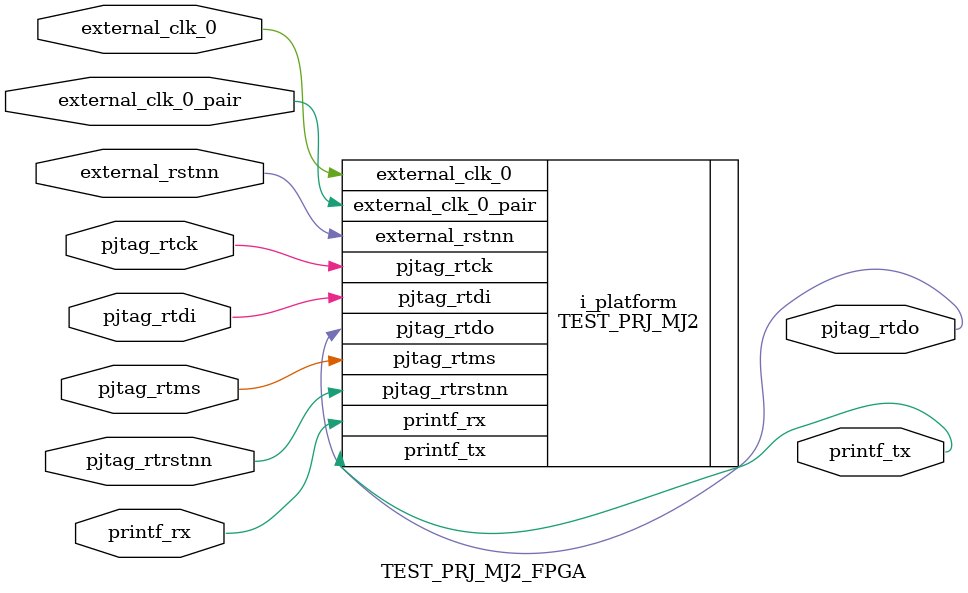
<source format=v>

`include "ervp_platform_controller_memorymap_offset.vh"
`include "ervp_external_peri_group_memorymap_offset.vh"
`include "memorymap_info.vh"
`include "ervp_global.vh"
`include "platform_info.vh"
`include "munoc_network_include.vh"

module TEST_PRJ_MJ2_FPGA
(
	external_clk_0,
	external_clk_0_pair,
	external_rstnn,
	pjtag_rtck,
	pjtag_rtrstnn,
	pjtag_rtms,
	pjtag_rtdi,
	pjtag_rtdo,
	printf_tx,
	printf_rx
);

input wire external_clk_0;
input wire external_clk_0_pair;
input wire external_rstnn;
input wire pjtag_rtck;
input wire pjtag_rtrstnn;
input wire pjtag_rtms;
input wire pjtag_rtdi;
output wire pjtag_rtdo;
output wire printf_tx;
input wire printf_rx;



STARTUPE2
#(
  .PROG_USR("FALSE"),
  .SIM_CCLK_FREQ(0.0)
)
i_STARTUPE2
(
  .CFGCLK(),
  .CFGMCLK(),
  .EOS(),
  .PREQ(),

  .CLK(1'b0),
  .GSR(1'b0),
  .GTS(1'b0),
  .KEYCLEARB(1'b0),
  .PACK(1'b0),
  .USRCCLKO(spi_flash_sclk),
  .USRCCLKTS(1'b0),
  .USRDONEO(1'b1),
  .USRDONETS(1'b0)
);

TEST_PRJ_MJ2
i_platform
(
	.external_clk_0(external_clk_0),
	.external_clk_0_pair(external_clk_0_pair),
	.external_rstnn(external_rstnn),
	.pjtag_rtck(pjtag_rtck),
	.pjtag_rtrstnn(pjtag_rtrstnn),
	.pjtag_rtms(pjtag_rtms),
	.pjtag_rtdi(pjtag_rtdi),
	.pjtag_rtdo(pjtag_rtdo),
	.printf_tx(printf_tx),
	.printf_rx(printf_rx)
);

endmodule
</source>
